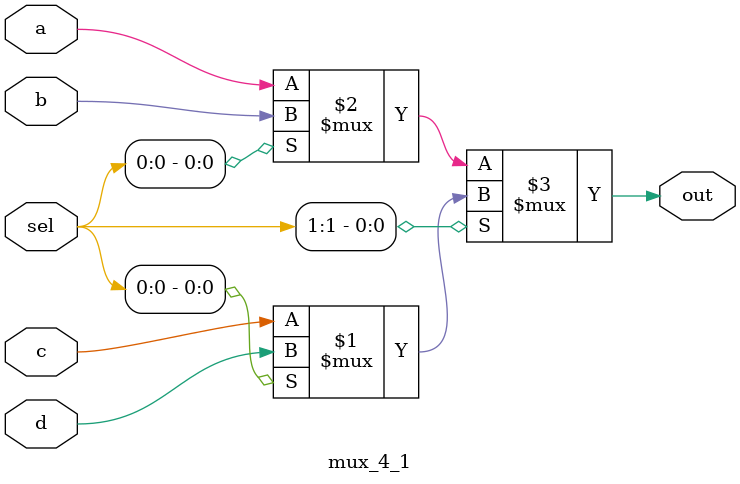
<source format=v>
`timescale 1ns / 1ps


module mux_4_1(input wire a, b, c, d, input wire [1:0] sel, output wire out);
    assign out = sel[1] ? (sel[0] ? d : c) : (sel[0] ? b : a);

endmodule

</source>
